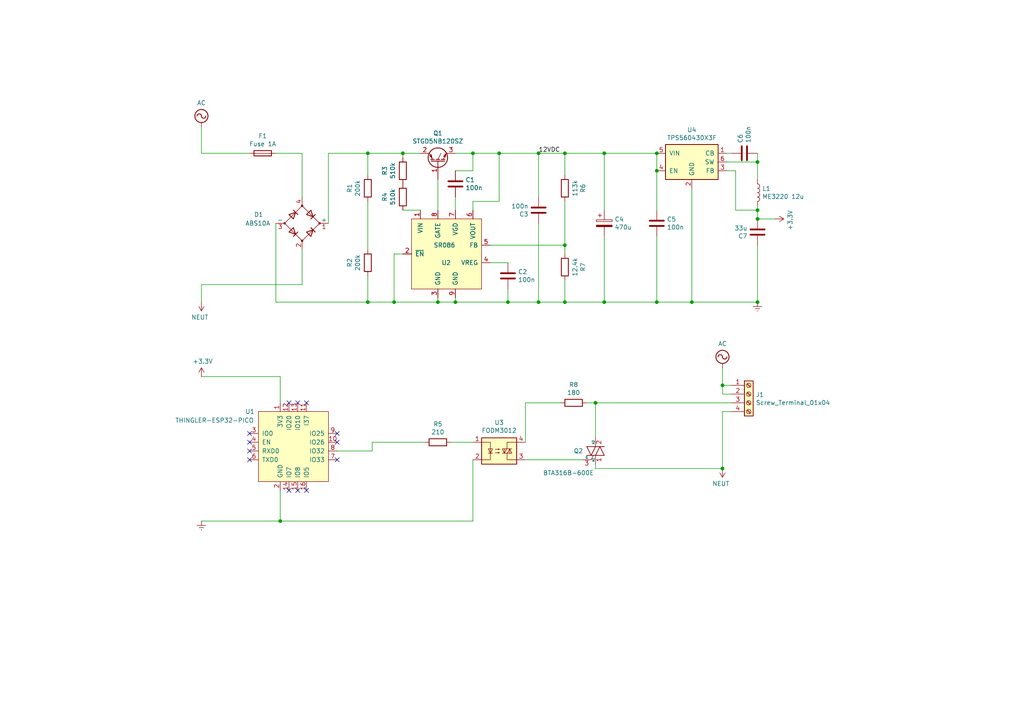
<source format=kicad_sch>
(kicad_sch (version 20211123) (generator eeschema)
  (paper "A4")
  (lib_symbols
    (symbol "Connector:Screw_Terminal_01x04" (pin_names (offset 1.016) hide)
      (property "Reference" "J" (at 0 5.08 0))
      (property "Value" "Screw_Terminal_01x04" (at 0 -7.62 0))
      (symbol "Screw_Terminal_01x04_1_1"
        (rectangle (start -1.27 3.81) (end 1.27 -6.35) (stroke (width 0.254)) (fill (type background)))
        (circle (center 0 -5.08) (radius 0.635) (stroke (width 0.1524)))
        (circle (center 0 -2.54) (radius 0.635) (stroke (width 0.1524)))
        (polyline (pts (xy -0.5334 -4.7498) (xy 0.3302 -5.588)) (stroke (width 0.1524)))
        (polyline (pts (xy -0.5334 -2.2098) (xy 0.3302 -3.048)) (stroke (width 0.1524)))
        (polyline (pts (xy -0.5334 0.3302) (xy 0.3302 -0.508)) (stroke (width 0.1524)))
        (polyline (pts (xy -0.5334 2.8702) (xy 0.3302 2.032)) (stroke (width 0.1524)))
        (polyline (pts (xy -0.3556 -4.572) (xy 0.508 -5.4102)) (stroke (width 0.1524)))
        (polyline (pts (xy -0.3556 -2.032) (xy 0.508 -2.8702)) (stroke (width 0.1524)))
        (polyline (pts (xy -0.3556 0.508) (xy 0.508 -0.3302)) (stroke (width 0.1524)))
        (polyline (pts (xy -0.3556 3.048) (xy 0.508 2.2098)) (stroke (width 0.1524)))
        (circle (center 0 0) (radius 0.635) (stroke (width 0.1524)))
        (circle (center 0 2.54) (radius 0.635) (stroke (width 0.1524)))
        (pin passive line (at -5.08 2.54 0) (length 3.81) (name "Pin_1") (number "1"))
        (pin passive line (at -5.08 0 0) (length 3.81) (name "Pin_2") (number "2"))
        (pin passive line (at -5.08 -2.54 0) (length 3.81) (name "Pin_3") (number "3"))
        (pin passive line (at -5.08 -5.08 0) (length 3.81) (name "Pin_4") (number "4"))
      )
    )
    (symbol "Device:C" (pin_numbers hide) (pin_names (offset 0.254))
      (property "Reference" "C" (at 0.635 2.54 0))
      (property "Value" "C" (at 0.635 -2.54 0))
      (symbol "C_0_1"
        (polyline (pts (xy -2.032 -0.762) (xy 2.032 -0.762)) (stroke (width 0.508)))
        (polyline (pts (xy -2.032 0.762) (xy 2.032 0.762)) (stroke (width 0.508)))
      )
      (symbol "C_1_1"
        (pin passive line (at 0 3.81 270) (length 2.794) (name "~") (number "1"))
        (pin passive line (at 0 -3.81 90) (length 2.794) (name "~") (number "2"))
      )
    )
    (symbol "Device:C_Polarized" (pin_numbers hide) (pin_names (offset 0.254))
      (property "Reference" "C" (at 0.635 2.54 0))
      (property "Value" "C_Polarized" (at 0.635 -2.54 0))
      (symbol "C_Polarized_0_1"
        (rectangle (start -2.286 0.508) (end 2.286 1.016))
        (polyline (pts (xy -1.778 2.286) (xy -0.762 2.286)))
        (polyline (pts (xy -1.27 2.794) (xy -1.27 1.778)))
        (rectangle (start 2.286 -0.508) (end -2.286 -1.016) (fill (type outline)))
      )
      (symbol "C_Polarized_1_1"
        (pin passive line (at 0 3.81 270) (length 2.794) (name "~") (number "1"))
        (pin passive line (at 0 -3.81 90) (length 2.794) (name "~") (number "2"))
      )
    )
    (symbol "Device:D_Bridge_+A-A" (pin_names (offset 0))
      (property "Reference" "D" (at 2.54 6.985 0))
      (property "Value" "D_Bridge_+A-A" (at 2.54 5.08 0))
      (symbol "D_Bridge_+A-A_0_1"
        (circle (center -5.08 0) (radius 0.254) (fill (type outline)))
        (circle (center 0 -5.08) (radius 0.254) (fill (type outline)))
        (polyline (pts (xy -2.54 3.81) (xy -1.27 2.54)) (stroke (width 0.254)))
        (polyline (pts (xy -1.27 -2.54) (xy -2.54 -3.81)) (stroke (width 0.254)))
        (polyline (pts (xy 2.54 -1.27) (xy 3.81 -2.54)) (stroke (width 0.254)))
        (polyline (pts (xy 2.54 1.27) (xy 3.81 2.54)) (stroke (width 0.254)))
        (polyline (pts (xy -3.81 2.54) (xy -2.54 1.27) (xy -1.905 3.175) (xy -3.81 2.54)) (stroke (width 0.254)))
        (polyline (pts (xy -2.54 -1.27) (xy -3.81 -2.54) (xy -1.905 -3.175) (xy -2.54 -1.27)) (stroke (width 0.254)))
        (polyline (pts (xy 1.27 2.54) (xy 2.54 3.81) (xy 3.175 1.905) (xy 1.27 2.54)) (stroke (width 0.254)))
        (polyline (pts (xy 3.175 -1.905) (xy 1.27 -2.54) (xy 2.54 -3.81) (xy 3.175 -1.905)) (stroke (width 0.254)))
        (polyline (pts (xy -5.08 0) (xy 0 -5.08) (xy 5.08 0) (xy 0 5.08) (xy -5.08 0)))
        (circle (center 0 5.08) (radius 0.254) (fill (type outline)))
        (circle (center 5.08 0) (radius 0.254) (fill (type outline)))
      )
      (symbol "D_Bridge_+A-A_1_1"
        (pin passive line (at 7.62 0 180) (length 2.54) (name "+") (number "1"))
        (pin passive line (at 0 -7.62 90) (length 2.54) (name "~") (number "2"))
        (pin passive line (at -7.62 0 0) (length 2.54) (name "-") (number "3"))
        (pin passive line (at 0 7.62 270) (length 2.54) (name "~") (number "4"))
      )
    )
    (symbol "Device:Fuse" (pin_numbers hide) (pin_names (offset 0))
      (property "Reference" "F" (at 2.032 0 90))
      (property "Value" "Fuse" (at -1.905 0 90))
      (symbol "Fuse_0_1"
        (rectangle (start -0.762 -2.54) (end 0.762 2.54) (stroke (width 0.254)))
        (polyline (pts (xy 0 2.54) (xy 0 -2.54)))
      )
      (symbol "Fuse_1_1"
        (pin passive line (at 0 3.81 270) (length 1.27) (name "~") (number "1"))
        (pin passive line (at 0 -3.81 90) (length 1.27) (name "~") (number "2"))
      )
    )
    (symbol "Device:L" (pin_numbers hide) (pin_names (offset 1.016) hide)
      (property "Reference" "L" (at -1.27 0 90))
      (property "Value" "L" (at 1.905 0 90))
      (symbol "L_0_1"
        (arc (start 0 -2.54) (mid 0.635 -1.905) (end 0 -1.27))
        (arc (start 0 -1.27) (mid 0.635 -0.635) (end 0 0))
        (arc (start 0 0) (mid 0.635 0.635) (end 0 1.27))
        (arc (start 0 1.27) (mid 0.635 1.905) (end 0 2.54))
      )
      (symbol "L_1_1"
        (pin passive line (at 0 3.81 270) (length 1.27) (name "1") (number "1"))
        (pin passive line (at 0 -3.81 90) (length 1.27) (name "2") (number "2"))
      )
    )
    (symbol "Device:Q_NIGBT_GCE" (pin_names (offset 0) hide)
      (property "Reference" "Q" (at 5.08 1.27 0))
      (property "Value" "Q_NIGBT_GCE" (at 5.08 -1.27 0))
      (symbol "Q_NIGBT_GCE_0_1"
        (polyline (pts (xy 0.762 -1.016) (xy 0.762 -2.032)) (stroke (width 0.254)))
        (polyline (pts (xy 0.762 0.508) (xy 0.762 -0.508)) (stroke (width 0.254)))
        (polyline (pts (xy 0.762 2.032) (xy 0.762 1.016)) (stroke (width 0.254)))
        (polyline (pts (xy 2.54 -2.413) (xy 0.762 -1.524)))
        (polyline (pts (xy 2.54 -0.889) (xy 0.762 0)))
        (polyline (pts (xy 2.54 2.413) (xy 0.762 1.524)))
        (polyline (pts (xy 0.254 1.905) (xy 0.254 -1.905) (xy 0.254 -1.905)) (stroke (width 0.254)))
        (polyline (pts (xy 1.397 -2.159) (xy 1.651 -1.651) (xy 2.54 -2.413) (xy 1.397 -2.159)) (fill (type outline)))
        (polyline (pts (xy 2.159 1.905) (xy 1.905 2.413) (xy 1.016 1.651) (xy 2.159 1.905)) (fill (type outline)))
        (circle (center 1.27 0) (radius 2.8194) (stroke (width 0.254)))
      )
      (symbol "Q_NIGBT_GCE_1_1"
        (pin input line (at -5.08 0 0) (length 5.334) (name "G") (number "1"))
        (pin passive line (at 2.54 5.08 270) (length 2.54) (name "C") (number "2"))
        (pin passive line (at 2.54 -5.08 90) (length 2.54) (name "E") (number "3"))
      )
    )
    (symbol "Device:R" (pin_numbers hide) (pin_names (offset 0))
      (property "Reference" "R" (at 2.032 0 90))
      (property "Value" "R" (at 0 0 90))
      (symbol "R_0_1"
        (rectangle (start -1.016 -2.54) (end 1.016 2.54) (stroke (width 0.254)))
      )
      (symbol "R_1_1"
        (pin passive line (at 0 3.81 270) (length 1.27) (name "~") (number "1"))
        (pin passive line (at 0 -3.81 90) (length 1.27) (name "~") (number "2"))
      )
    )
    (symbol "Relay_SolidState:FODM3012"
      (property "Reference" "U" (at -5.08 5.08 0))
      (property "Value" "FODM3012" (at 0 5.08 0))
      (symbol "FODM3012_0_1"
        (rectangle (start -5.08 3.81) (end 5.08 -3.81) (stroke (width 0.254)) (fill (type background)))
        (polyline (pts (xy -3.175 -0.635) (xy -1.905 -0.635)))
        (polyline (pts (xy 1.524 -0.635) (xy 1.524 0.635)))
        (polyline (pts (xy 3.048 0.635) (xy 3.048 -0.635)))
        (polyline (pts (xy 2.286 -0.635) (xy 2.286 -2.54) (xy 5.08 -2.54)))
        (polyline (pts (xy 2.286 0.635) (xy 2.286 2.54) (xy 5.08 2.54)))
        (polyline (pts (xy -5.08 2.54) (xy -2.54 2.54) (xy -2.54 -2.54) (xy -5.08 -2.54)))
        (polyline (pts (xy -2.54 -0.635) (xy -3.175 0.635) (xy -1.905 0.635) (xy -2.54 -0.635)))
        (polyline (pts (xy 0.889 -0.635) (xy 3.683 -0.635) (xy 3.048 0.635) (xy 2.413 -0.635)))
        (polyline (pts (xy 3.683 0.635) (xy 0.889 0.635) (xy 1.524 -0.635) (xy 2.159 0.635)))
        (polyline (pts (xy -1.143 -0.508) (xy 0.127 -0.508) (xy -0.254 -0.635) (xy -0.254 -0.381) (xy 0.127 -0.508)))
        (polyline (pts (xy -1.143 0.508) (xy 0.127 0.508) (xy -0.254 0.381) (xy -0.254 0.635) (xy 0.127 0.508)))
      )
      (symbol "FODM3012_1_1"
        (pin passive line (at -7.62 2.54 0) (length 2.54) (name "~") (number "1"))
        (pin passive line (at -7.62 -2.54 0) (length 2.54) (name "~") (number "2"))
        (pin passive line (at 7.62 -2.54 180) (length 2.54) (name "~") (number "3"))
        (pin passive line (at 7.62 2.54 180) (length 2.54) (name "~") (number "4"))
      )
    )
    (symbol "Triac_Thyristor:BT138-600" (pin_names (offset 0))
      (property "Reference" "Q" (at 5.08 1.905 0))
      (property "Value" "BT138-600" (at 5.08 0 0))
      (symbol "BT138-600_0_1"
        (polyline (pts (xy -2.54 -1.27) (xy 2.54 -1.27)) (stroke (width 0.2032)))
        (polyline (pts (xy -2.54 1.27) (xy 2.54 1.27)) (stroke (width 0.2032)))
        (polyline (pts (xy -1.27 -2.54) (xy -0.635 -1.27)))
        (polyline (pts (xy -2.54 1.27) (xy -1.27 -1.27) (xy 0 1.27)) (stroke (width 0.2032)))
        (polyline (pts (xy 0 -1.27) (xy 1.27 1.27) (xy 2.54 -1.27)) (stroke (width 0.2032)))
      )
      (symbol "BT138-600_1_1"
        (pin passive line (at 0 -3.81 90) (length 2.54) (name "A1") (number "1"))
        (pin passive line (at 0 3.81 270) (length 2.54) (name "A2") (number "2"))
        (pin input line (at -3.81 -2.54 0) (length 2.54) (name "G") (number "3"))
      )
    )
    (symbol "power:+3.3V" (power) (pin_names (offset 0))
      (property "Value" "+3.3V" (at 0 3.556 0))
      (symbol "+3.3V_0_1"
        (polyline (pts (xy -0.762 1.27) (xy 0 2.54)))
        (polyline (pts (xy 0 0) (xy 0 2.54)))
        (polyline (pts (xy 0 2.54) (xy 0.762 1.27)))
      )
      (symbol "+3.3V_1_1"
        (pin power_in line (at 0 0 90) (length 0) hide (name "+3.3V") (number "1"))
      )
    )
    (symbol "power:AC" (power) (pin_names (offset 0))
      (property "Value" "AC" (at 0 6.35 0))
      (symbol "AC_0_1"
        (polyline (pts (xy 0 0) (xy 0 1.27)))
        (arc (start 0 3.175) (mid -0.635 3.81) (end -1.27 3.175) (stroke (width 0.254)))
        (arc (start 0 3.175) (mid 0.635 2.54) (end 1.27 3.175) (stroke (width 0.254)))
        (circle (center 0 3.175) (radius 1.905) (stroke (width 0.254)))
      )
      (symbol "AC_1_1"
        (pin power_in line (at 0 0 90) (length 0) hide (name "AC") (number "1"))
      )
    )
    (symbol "power:Earth" (power) (pin_names (offset 0))
      (symbol "Earth_0_1"
        (polyline (pts (xy -0.635 -1.905) (xy 0.635 -1.905)))
        (polyline (pts (xy -0.127 -2.54) (xy 0.127 -2.54)))
        (polyline (pts (xy 0 -1.27) (xy 0 0)))
        (polyline (pts (xy 1.27 -1.27) (xy -1.27 -1.27)))
      )
      (symbol "Earth_1_1"
        (pin power_in line (at 0 0 270) (length 0) hide (name "Earth") (number "1"))
      )
    )
    (symbol "power:NEUT" (power) (pin_names (offset 0))
      (property "Value" "NEUT" (at 0 3.81 0))
      (symbol "NEUT_0_1"
        (polyline (pts (xy -0.762 1.27) (xy 0 2.54)))
        (polyline (pts (xy 0 0) (xy 0 2.54)))
        (polyline (pts (xy 0 2.54) (xy 0.762 1.27)))
      )
      (symbol "NEUT_1_1"
        (pin power_in line (at 0 0 90) (length 0) hide (name "NEUT") (number "1"))
      )
    )
    (symbol "smart-plug:SR086" (pin_names (offset 1.016))
      (property "Reference" "U" (at 0 -2.54 0))
      (property "Value" "SR086" (at 0 2.54 0))
      (symbol "SR086_0_1"
        (rectangle (start 10.16 10.16) (end -10.16 -10.16) (fill (type background)))
      )
      (symbol "SR086_1_1"
        (pin input line (at -7.62 12.7 270) (length 2.54) (name "VIN") (number "1"))
        (pin input line (at -12.7 0 0) (length 2.54) (name "~{EN}") (number "2"))
        (pin input line (at -2.54 -12.7 90) (length 2.54) (name "GND") (number "3"))
        (pin output line (at 12.7 -2.54 180) (length 2.54) (name "VREG") (number "4"))
        (pin input line (at 12.7 2.54 180) (length 2.54) (name "FB") (number "5"))
        (pin output line (at 7.62 12.7 270) (length 2.54) (name "VOUT") (number "6"))
        (pin input line (at 2.54 12.7 270) (length 2.54) (name "VGD") (number "7"))
        (pin output line (at -2.54 12.7 270) (length 2.54) (name "GATE") (number "8"))
        (pin input line (at 2.54 -12.7 90) (length 2.54) (name "GND") (number "9"))
      )
    )
    (symbol "smart-plug:THINGLER-ESP32-PICO" (pin_names (offset 1.016))
      (property "Reference" "U" (at 17.78 13.97 0))
      (property "Value" "THINGLER-ESP32-PICO" (at 17.78 11.43 0))
      (symbol "THINGLER-ESP32-PICO_0_1"
        (rectangle (start -10.16 10.16) (end 10.16 -10.16) (fill (type background)))
      )
      (symbol "THINGLER-ESP32-PICO_1_1"
        (pin power_in line (at -3.81 12.7 270) (length 2.54) (name "3V3") (number "1"))
        (pin bidirectional line (at 12.7 1.27 180) (length 2.54) (name "IO26") (number "10"))
        (pin bidirectional line (at 3.81 12.7 270) (length 2.54) (name "I37") (number "11"))
        (pin bidirectional line (at -1.27 12.7 270) (length 2.54) (name "IO20") (number "12"))
        (pin bidirectional line (at 1.27 12.7 270) (length 2.54) (name "IO10") (number "13"))
        (pin bidirectional line (at -1.27 -12.7 90) (length 2.54) (name "IO7") (number "14"))
        (pin bidirectional line (at 1.27 -12.7 90) (length 2.54) (name "IO8") (number "15"))
        (pin bidirectional line (at 3.81 -12.7 90) (length 2.54) (name "IO5") (number "16"))
        (pin power_in line (at -3.81 -12.7 90) (length 2.54) (name "GND") (number "2"))
        (pin bidirectional line (at -12.7 3.81 0) (length 2.54) (name "IO0") (number "3"))
        (pin bidirectional line (at -12.7 1.27 0) (length 2.54) (name "EN") (number "4"))
        (pin bidirectional line (at -12.7 -1.27 0) (length 2.54) (name "RXD0") (number "5"))
        (pin bidirectional line (at -12.7 -3.81 0) (length 2.54) (name "TXD0") (number "6"))
        (pin bidirectional line (at 12.7 -3.81 180) (length 2.54) (name "IO33") (number "7"))
        (pin bidirectional line (at 12.7 -1.27 180) (length 2.54) (name "IO32") (number "8"))
        (pin bidirectional line (at 12.7 3.81 180) (length 2.54) (name "IO25") (number "9"))
      )
    )
    (symbol "smart-plug:TPS560430" (pin_names (offset 1.016))
      (property "Reference" "U" (at 0 8.89 0))
      (property "Value" "TPS560430" (at 0 6.35 0))
      (symbol "TPS560430_1_1"
        (rectangle (start -7.62 5.08) (end 7.62 -5.08) (stroke (width 0.254)) (fill (type background)))
        (pin passive line (at 10.16 2.54 180) (length 2.54) (name "CB") (number "1"))
        (pin power_in line (at 0 -7.62 90) (length 2.54) (name "GND") (number "2"))
        (pin input line (at 10.16 -2.54 180) (length 2.54) (name "FB") (number "3"))
        (pin input line (at -10.16 -2.54 0) (length 2.54) (name "EN") (number "4"))
        (pin power_in line (at -10.16 2.54 0) (length 2.54) (name "VIN") (number "5"))
        (pin power_out line (at 10.16 0 180) (length 2.54) (name "SW") (number "6"))
      )
    )
  )
  (junction (at 81.28 151.13))
  (junction (at 127 87.63))
  (junction (at 144.78 44.45))
  (junction (at 219.71 46.99))
  (junction (at 156.21 87.63))
  (junction (at 175.26 44.45))
  (junction (at 163.83 71.12))
  (junction (at 209.55 111.76))
  (junction (at 106.68 44.45))
  (junction (at 219.71 87.63))
  (junction (at 190.5 44.45))
  (junction (at 200.66 87.63))
  (junction (at 147.32 87.63))
  (junction (at 137.16 44.45))
  (junction (at 190.5 49.53))
  (junction (at 106.68 87.63))
  (junction (at 172.72 116.84))
  (junction (at 163.83 44.45))
  (junction (at 116.84 44.45))
  (junction (at 175.26 87.63))
  (junction (at 209.55 135.89))
  (junction (at 156.21 44.45))
  (junction (at 219.71 63.5))
  (junction (at 190.5 87.63))
  (junction (at 132.08 87.63))
  (junction (at 163.83 87.63))
  (junction (at 219.71 60.96))
  (junction (at 114.3 87.63))
  (no_connect (at 97.79 133.35))
  (no_connect (at 83.82 116.84))
  (no_connect (at 83.82 142.24))
  (no_connect (at 72.39 125.73))
  (no_connect (at 72.39 128.27))
  (no_connect (at 72.39 130.81))
  (no_connect (at 88.9 116.84))
  (no_connect (at 86.36 142.24))
  (no_connect (at 88.9 142.24))
  (no_connect (at 86.36 116.84))
  (no_connect (at 72.39 133.35))
  (no_connect (at 97.79 125.73))
  (no_connect (at 97.79 128.27))
  (wire (pts (xy 123.19 128.27) (xy 107.95 128.27)))
  (wire (pts (xy 200.66 87.63) (xy 219.71 87.63)))
  (wire (pts (xy 175.26 44.45) (xy 175.26 60.96)))
  (wire (pts (xy 190.5 60.96) (xy 190.5 49.53)))
  (wire (pts (xy 213.36 60.96) (xy 219.71 60.96)))
  (wire (pts (xy 137.16 133.35) (xy 137.16 151.13)))
  (wire (pts (xy 190.5 87.63) (xy 190.5 68.58)))
  (wire (pts (xy 200.66 87.63) (xy 200.66 54.61)))
  (wire (pts (xy 114.3 73.66) (xy 114.3 87.63)))
  (wire (pts (xy 212.09 116.84) (xy 172.72 116.84)))
  (wire (pts (xy 209.55 111.76) (xy 209.55 114.3)))
  (wire (pts (xy 175.26 87.63) (xy 190.5 87.63)))
  (wire (pts (xy 212.09 111.76) (xy 209.55 111.76)))
  (wire (pts (xy 210.82 49.53) (xy 213.36 49.53)))
  (wire (pts (xy 80.01 87.63) (xy 106.68 87.63)))
  (wire (pts (xy 81.28 116.84) (xy 81.28 109.22)))
  (wire (pts (xy 87.63 72.39) (xy 87.63 82.55)))
  (wire (pts (xy 81.28 151.13) (xy 137.16 151.13)))
  (wire (pts (xy 144.78 58.42) (xy 144.78 44.45)))
  (wire (pts (xy 95.25 44.45) (xy 106.68 44.45)))
  (wire (pts (xy 172.72 134.62) (xy 172.72 135.89)))
  (wire (pts (xy 87.63 44.45) (xy 87.63 57.15)))
  (wire (pts (xy 209.55 135.89) (xy 209.55 119.38)))
  (wire (pts (xy 132.08 49.53) (xy 137.16 49.53)))
  (wire (pts (xy 163.83 81.28) (xy 163.83 87.63)))
  (wire (pts (xy 219.71 46.99) (xy 219.71 52.07)))
  (wire (pts (xy 106.68 80.01) (xy 106.68 87.63)))
  (wire (pts (xy 106.68 44.45) (xy 106.68 50.8)))
  (wire (pts (xy 144.78 44.45) (xy 137.16 44.45)))
  (wire (pts (xy 106.68 87.63) (xy 114.3 87.63)))
  (wire (pts (xy 58.42 36.83) (xy 58.42 44.45)))
  (wire (pts (xy 209.55 119.38) (xy 212.09 119.38)))
  (wire (pts (xy 137.16 44.45) (xy 132.08 44.45)))
  (wire (pts (xy 121.92 60.96) (xy 116.84 60.96)))
  (wire (pts (xy 137.16 58.42) (xy 137.16 60.96)))
  (wire (pts (xy 175.26 44.45) (xy 163.83 44.45)))
  (wire (pts (xy 156.21 57.15) (xy 156.21 44.45)))
  (wire (pts (xy 219.71 59.69) (xy 219.71 60.96)))
  (wire (pts (xy 142.24 71.12) (xy 163.83 71.12)))
  (wire (pts (xy 190.5 49.53) (xy 190.5 44.45)))
  (wire (pts (xy 163.83 87.63) (xy 156.21 87.63)))
  (wire (pts (xy 163.83 50.8) (xy 163.83 44.45)))
  (wire (pts (xy 219.71 71.12) (xy 219.71 87.63)))
  (wire (pts (xy 137.16 49.53) (xy 137.16 44.45)))
  (wire (pts (xy 58.42 82.55) (xy 87.63 82.55)))
  (wire (pts (xy 116.84 44.45) (xy 116.84 45.72)))
  (wire (pts (xy 147.32 83.82) (xy 147.32 87.63)))
  (wire (pts (xy 212.09 114.3) (xy 209.55 114.3)))
  (wire (pts (xy 80.01 64.77) (xy 80.01 87.63)))
  (wire (pts (xy 163.83 71.12) (xy 163.83 58.42)))
  (wire (pts (xy 163.83 44.45) (xy 156.21 44.45)))
  (wire (pts (xy 97.79 130.81) (xy 107.95 130.81)))
  (wire (pts (xy 114.3 87.63) (xy 127 87.63)))
  (wire (pts (xy 190.5 44.45) (xy 175.26 44.45)))
  (wire (pts (xy 152.4 116.84) (xy 152.4 128.27)))
  (wire (pts (xy 168.91 133.35) (xy 152.4 133.35)))
  (wire (pts (xy 219.71 44.45) (xy 219.71 46.99)))
  (wire (pts (xy 132.08 86.36) (xy 132.08 87.63)))
  (wire (pts (xy 127 60.96) (xy 127 52.07)))
  (wire (pts (xy 213.36 49.53) (xy 213.36 60.96)))
  (wire (pts (xy 127 87.63) (xy 132.08 87.63)))
  (wire (pts (xy 95.25 44.45) (xy 95.25 64.77)))
  (wire (pts (xy 107.95 130.81) (xy 107.95 128.27)))
  (wire (pts (xy 156.21 87.63) (xy 156.21 64.77)))
  (wire (pts (xy 172.72 116.84) (xy 170.18 116.84)))
  (wire (pts (xy 175.26 87.63) (xy 175.26 68.58)))
  (wire (pts (xy 162.56 116.84) (xy 152.4 116.84)))
  (wire (pts (xy 172.72 116.84) (xy 172.72 127)))
  (wire (pts (xy 224.79 63.5) (xy 219.71 63.5)))
  (wire (pts (xy 210.82 46.99) (xy 219.71 46.99)))
  (wire (pts (xy 163.83 87.63) (xy 175.26 87.63)))
  (wire (pts (xy 116.84 44.45) (xy 121.92 44.45)))
  (wire (pts (xy 58.42 44.45) (xy 72.39 44.45)))
  (wire (pts (xy 127 86.36) (xy 127 87.63)))
  (wire (pts (xy 142.24 76.2) (xy 147.32 76.2)))
  (wire (pts (xy 219.71 60.96) (xy 219.71 63.5)))
  (wire (pts (xy 81.28 142.24) (xy 81.28 151.13)))
  (wire (pts (xy 106.68 44.45) (xy 116.84 44.45)))
  (wire (pts (xy 190.5 87.63) (xy 200.66 87.63)))
  (wire (pts (xy 209.55 106.68) (xy 209.55 111.76)))
  (wire (pts (xy 106.68 58.42) (xy 106.68 72.39)))
  (wire (pts (xy 132.08 87.63) (xy 147.32 87.63)))
  (wire (pts (xy 163.83 71.12) (xy 163.83 73.66)))
  (wire (pts (xy 137.16 58.42) (xy 144.78 58.42)))
  (wire (pts (xy 172.72 135.89) (xy 209.55 135.89)))
  (wire (pts (xy 137.16 128.27) (xy 130.81 128.27)))
  (wire (pts (xy 58.42 87.63) (xy 58.42 82.55)))
  (wire (pts (xy 80.01 44.45) (xy 87.63 44.45)))
  (wire (pts (xy 132.08 60.96) (xy 132.08 57.15)))
  (wire (pts (xy 58.42 151.13) (xy 81.28 151.13)))
  (wire (pts (xy 156.21 44.45) (xy 144.78 44.45)))
  (wire (pts (xy 116.84 73.66) (xy 114.3 73.66)))
  (wire (pts (xy 212.09 44.45) (xy 210.82 44.45)))
  (wire (pts (xy 147.32 87.63) (xy 156.21 87.63)))
  (wire (pts (xy 58.42 109.22) (xy 81.28 109.22)))
  (label "12VDC" (at 156.21 44.45 0))
  (symbol (lib_id "power:AC") (at 209.55 106.68 0) (unit 1)
    (property "Reference" "#PWR05" (effects hide))
    (property "Value" "AC" (at 209.55 99.695 0))
  )
  (symbol (lib_id "Device:R") (at 127 128.27 270) (unit 1)
    (property "Reference" "R5" (at 127 123.0122 90))
    (property "Value" "210" (at 127 125.3236 90))
    (property "Footprint" "Resistor_SMD:R_1206_3216Metric_Pad1.42x1.75mm_HandSolder" (effects hide))
  )
  (symbol (lib_id "power:+3.3V") (at 58.42 109.22 0) (unit 1)
    (property "Reference" "#PWR03" (effects hide))
    (property "Value" "+3.3V" (at 58.801 104.8258 0))
  )
  (symbol (lib_id "power:Earth") (at 58.42 151.13 0) (unit 1)
    (property "Reference" "#PWR04" (effects hide))
    (property "Value" "Earth" (effects hide))
  )
  (symbol (lib_id "Triac_Thyristor:BT138-600") (at 172.72 130.81 0) (unit 1)
    (property "Reference" "Q2" (at 166.37 130.81 0) (effects (justify left)))
    (property "Value" "BTA316B-600E" (at 157.48 137.16 0) (effects (justify left)))
    (property "Footprint" "smart-plug:to-263-2" (effects hide))
    (property "Datasheet" "http://www.nxp.com/documents/data_sheet/BT138_SER_D_E.pdf" (effects hide))
  )
  (symbol (lib_id "Device:R") (at 166.37 116.84 270) (unit 1)
    (property "Reference" "R8" (at 166.37 111.5822 90))
    (property "Value" "180" (at 166.37 113.8936 90))
    (property "Footprint" "Resistor_SMD:R_1206_3216Metric_Pad1.42x1.75mm_HandSolder" (effects hide))
  )
  (symbol (lib_id "Device:D_Bridge_+A-A") (at 87.63 64.77 0) (unit 1)
    (property "Reference" "D1" (at 73.66 62.23 0) (effects (justify left)))
    (property "Value" "ABS10A" (at 71.12 64.77 0) (effects (justify left)))
    (property "Footprint" "smart-plug:ABS10A" (effects hide))
  )
  (symbol (lib_id "Device:R") (at 163.83 54.61 180) (unit 1)
    (property "Reference" "R6" (at 169.0878 54.61 90))
    (property "Value" "113k" (at 166.7764 54.61 90))
    (property "Footprint" "Resistor_SMD:R_1206_3216Metric_Pad1.42x1.75mm_HandSolder" (effects hide))
  )
  (symbol (lib_id "power:AC") (at 58.42 36.83 0) (unit 1)
    (property "Reference" "#PWR01" (effects hide))
    (property "Value" "AC" (at 58.42 29.845 0))
  )
  (symbol (lib_id "power:NEUT") (at 58.42 87.63 180) (unit 1)
    (property "Reference" "#PWR02" (effects hide))
    (property "Value" "NEUT" (at 57.9628 92.0242 0))
  )
  (symbol (lib_id "power:+3.3V") (at 224.79 63.5 270) (unit 1)
    (property "Reference" "#PWR08" (effects hide))
    (property "Value" "+3.3V" (at 229.1842 63.881 0))
  )
  (symbol (lib_id "Device:Fuse") (at 76.2 44.45 270) (unit 1)
    (property "Reference" "F1" (at 76.2 39.4462 90))
    (property "Value" "Fuse 1A" (at 76.2 41.7576 90))
    (property "Footprint" "smart-plug:fuse-2410" (effects hide))
  )
  (symbol (lib_id "Relay_SolidState:FODM3012") (at 144.78 130.81 0) (unit 1)
    (property "Reference" "U3" (at 144.78 122.555 0))
    (property "Value" "FODM3012" (at 144.78 124.8664 0))
    (property "Footprint" "smart-plug:FODM3012" (effects hide))
    (property "Datasheet" "http://www.fairchildsemi.com/ds/FO/FODM3053.pdf" (effects hide))
  )
  (symbol (lib_id "smart-plug:SR086") (at 129.54 73.66 0) (unit 1)
    (property "Reference" "U2" (at 130.81 76.2 0) (effects (justify right)))
    (property "Value" "SR086" (at 132.08 71.12 0) (effects (justify right)))
    (property "Footprint" "Package_SO:SOIC-8-1EP_3.9x4.9mm_P1.27mm_EP2.29x3mm" (effects hide))
  )
  (symbol (lib_id "Device:R") (at 116.84 49.53 0) (unit 1)
    (property "Reference" "R3" (at 111.5822 49.53 90))
    (property "Value" "510k" (at 113.8936 49.53 90))
    (property "Footprint" "Resistor_SMD:R_1206_3216Metric_Pad1.42x1.75mm_HandSolder" (effects hide))
  )
  (symbol (lib_id "Device:R") (at 116.84 57.15 0) (unit 1)
    (property "Reference" "R4" (at 111.5822 57.15 90))
    (property "Value" "510k" (at 113.8936 57.15 90))
    (property "Footprint" "Resistor_SMD:R_1206_3216Metric_Pad1.42x1.75mm_HandSolder" (effects hide))
  )
  (symbol (lib_id "Device:R") (at 106.68 54.61 0) (unit 1)
    (property "Reference" "R1" (at 101.4222 54.61 90))
    (property "Value" "200k" (at 103.7336 54.61 90))
    (property "Footprint" "Resistor_SMD:R_1206_3216Metric_Pad1.42x1.75mm_HandSolder" (effects hide))
  )
  (symbol (lib_id "Device:R") (at 106.68 76.2 0) (unit 1)
    (property "Reference" "R2" (at 101.4222 76.2 90))
    (property "Value" "200k" (at 103.7336 76.2 90))
    (property "Footprint" "Resistor_SMD:R_1206_3216Metric_Pad1.42x1.75mm_HandSolder" (effects hide))
  )
  (symbol (lib_id "Device:C") (at 132.08 53.34 0) (unit 1)
    (property "Reference" "C1" (at 135.001 52.1716 0) (effects (justify left)))
    (property "Value" "100n" (at 135.001 54.483 0) (effects (justify left)))
    (property "Footprint" "Capacitor_SMD:C_1206_3216Metric_Pad1.42x1.75mm_HandSolder" (effects hide))
  )
  (symbol (lib_id "Device:Q_NIGBT_GCE") (at 127 46.99 90) (unit 1)
    (property "Reference" "Q1" (at 127 38.6588 90))
    (property "Value" "STGD5NB120SZ" (at 127 40.9702 90))
    (property "Footprint" "Package_TO_SOT_SMD:TO-252-2" (effects hide))
  )
  (symbol (lib_id "Device:C") (at 147.32 80.01 0) (unit 1)
    (property "Reference" "C2" (at 150.241 78.8416 0) (effects (justify left)))
    (property "Value" "100n" (at 150.241 81.153 0) (effects (justify left)))
    (property "Footprint" "Capacitor_SMD:C_1206_3216Metric_Pad1.42x1.75mm_HandSolder" (effects hide))
  )
  (symbol (lib_id "Device:C") (at 156.21 60.96 180) (unit 1)
    (property "Reference" "C3" (at 153.289 62.1284 0) (effects (justify left)))
    (property "Value" "100n" (at 153.289 59.817 0) (effects (justify left)))
    (property "Footprint" "Capacitor_SMD:C_1206_3216Metric_Pad1.42x1.75mm_HandSolder" (effects hide))
  )
  (symbol (lib_id "Device:R") (at 163.83 77.47 180) (unit 1)
    (property "Reference" "R7" (at 169.0878 77.47 90))
    (property "Value" "12.4k" (at 166.7764 77.47 90))
    (property "Footprint" "Resistor_SMD:R_1206_3216Metric_Pad1.42x1.75mm_HandSolder" (effects hide))
  )
  (symbol (lib_id "smart-plug:TPS560430") (at 200.66 46.99 0) (unit 1)
    (property "Reference" "U4" (at 200.66 37.6682 0))
    (property "Value" "TPS560430X3F" (at 200.66 39.9796 0))
    (property "Footprint" "Package_TO_SOT_SMD:SOT-23-6" (effects hide))
  )
  (symbol (lib_id "Device:C") (at 215.9 44.45 90) (unit 1)
    (property "Reference" "C6" (at 214.7316 41.529 0) (effects (justify left)))
    (property "Value" "100n" (at 217.043 41.529 0) (effects (justify left)))
    (property "Footprint" "Capacitor_SMD:C_1206_3216Metric_Pad1.42x1.75mm_HandSolder" (effects hide))
  )
  (symbol (lib_id "Device:L") (at 219.71 55.88 0) (unit 1)
    (property "Reference" "L1" (at 221.0562 54.7116 0) (effects (justify left)))
    (property "Value" "ME3220 12u" (at 221.0562 57.023 0) (effects (justify left)))
    (property "Footprint" "smart-plug:ME3220" (effects hide))
  )
  (symbol (lib_id "Device:C") (at 219.71 67.31 180) (unit 1)
    (property "Reference" "C7" (at 216.789 68.4784 0) (effects (justify left)))
    (property "Value" "33u" (at 216.789 66.167 0) (effects (justify left)))
    (property "Footprint" "Capacitor_SMD:C_1206_3216Metric_Pad1.42x1.75mm_HandSolder" (effects hide))
  )
  (symbol (lib_id "power:Earth") (at 219.71 87.63 0) (unit 1)
    (property "Reference" "#PWR07" (effects hide))
    (property "Value" "Earth" (effects hide))
  )
  (symbol (lib_id "Device:C_Polarized") (at 175.26 64.77 0) (unit 1)
    (property "Reference" "C4" (at 178.2572 63.6016 0) (effects (justify left)))
    (property "Value" "470u" (at 178.2572 65.913 0) (effects (justify left)))
    (property "Footprint" "Capacitor_Tantalum_SMD:CP_EIA-7343-15_Kemet-W" (effects hide))
  )
  (symbol (lib_id "Connector:Screw_Terminal_01x04") (at 217.17 114.3 0) (unit 1)
    (property "Reference" "J1" (at 219.202 114.5032 0) (effects (justify left)))
    (property "Value" "Screw_Terminal_01x04" (at 219.202 116.8146 0) (effects (justify left)))
    (property "Footprint" "smart-plug:3d_power_connector" (effects hide))
  )
  (symbol (lib_id "smart-plug:THINGLER-ESP32-PICO") (at 85.09 129.54 0) (unit 1)
    (property "Reference" "U1" (at 71.12 119.38 0) (effects (justify left)))
    (property "Value" "THINGLER-ESP32-PICO" (at 50.8 121.92 0) (effects (justify left)))
    (property "Footprint" "smart-plug:Thingler-esp32-vertical" (effects hide))
  )
  (symbol (lib_id "Device:C") (at 190.5 64.77 0) (unit 1)
    (property "Reference" "C5" (at 193.421 63.6016 0) (effects (justify left)))
    (property "Value" "100n" (at 193.421 65.913 0) (effects (justify left)))
    (property "Footprint" "Capacitor_SMD:C_1206_3216Metric_Pad1.42x1.75mm_HandSolder" (effects hide))
  )
  (symbol (lib_id "power:NEUT") (at 209.55 135.89 180) (unit 1)
    (property "Reference" "#PWR06" (effects hide))
    (property "Value" "NEUT" (at 209.0928 140.2842 0))
  )
)
</source>
